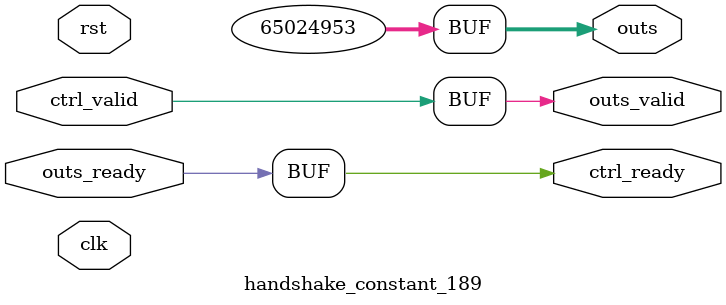
<source format=v>
`timescale 1ns / 1ps
module handshake_constant_189 #(
  parameter DATA_WIDTH = 32  // Default set to 32 bits
) (
  input                       clk,
  input                       rst,
  // Input Channel
  input                       ctrl_valid,
  output                      ctrl_ready,
  // Output Channel
  output [DATA_WIDTH - 1 : 0] outs,
  output                      outs_valid,
  input                       outs_ready
);
  assign outs       = 27'b011111000000011001110111001;
  assign outs_valid = ctrl_valid;
  assign ctrl_ready = outs_ready;

endmodule

</source>
